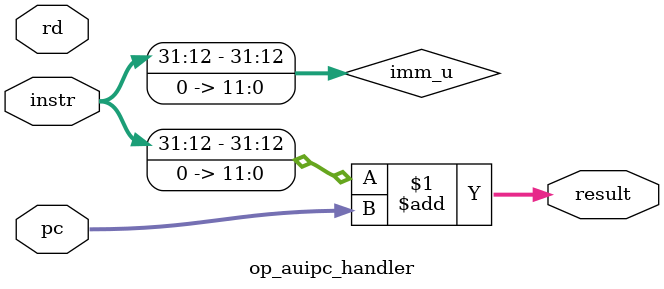
<source format=sv>
`timescale 1ns / 1ps

module op_auipc_handler(
    input wire [31:0] instr,
    input wire [4:0] rd,
    input wire [31:0] pc,
    output wire [31:0] result
);
    wire [31:0] imm_u;
    assign imm_u = {instr[31:12], 12'b0};
    assign result = imm_u + pc;
endmodule

</source>
